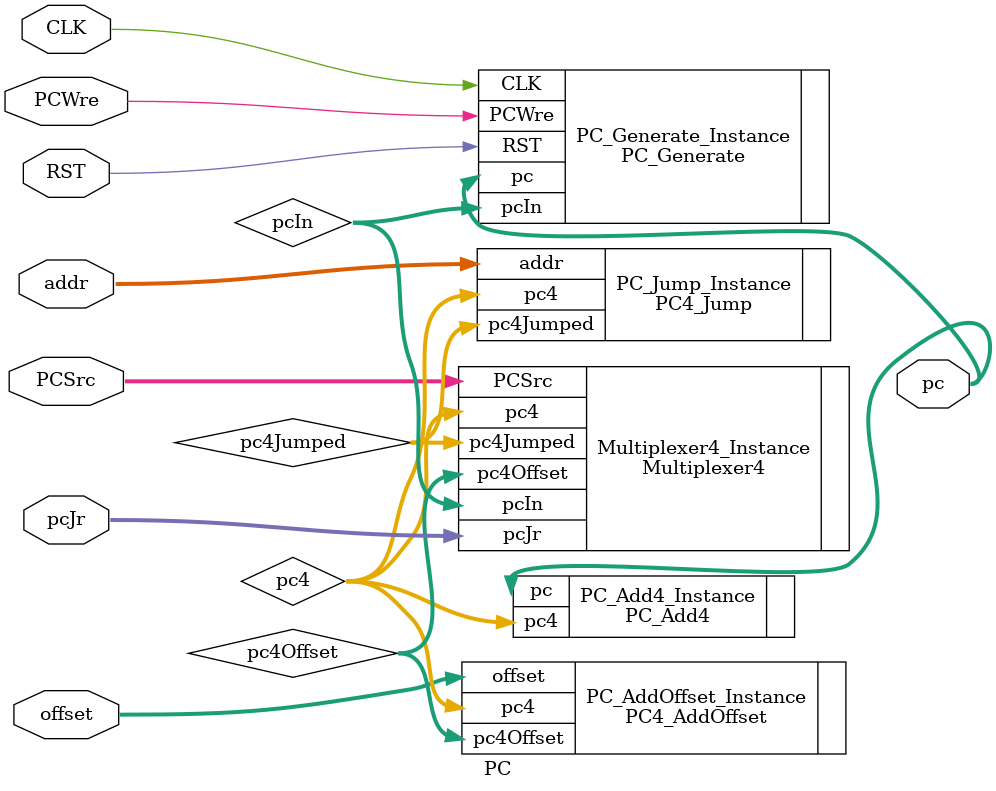
<source format=v>
`timescale 1ns / 1ps

module PC(
    input CLK,
    input RST,
    input PCWre,
    input [1:0]PCSrc,
    input [31:0]pcJr,
    input [25:0]addr,
    input [31:0]offset,
    output [31:0]pc
    );

    wire [31:0]pcIn;
    wire [31:0]pc;
    wire [31:0]pc4;
    wire [31:0]pc4Jumped;
    wire [31:0]pc4Offset;
    //´ËÄ£¿é¸ù¾ÝÓÃÓÚ¸øpc¸³Öµ£¬pc<=pcIn
    PC_Generate PC_Generate_Instance(
        .CLK(CLK),
        .RST(RST),
        .PCWre(PCWre),
        .pcIn(pcIn),
        .pc(pc)
    );
    //´ËÄ£¿éÖ´ÐÐpc+4£¬µÃµ½pcµÄÏÂÒ»ÌõÖ¸ÁîµØÖ·pc4
    PC_Add4 PC_Add4_Instance(
        .pc(pc),
        .pc4(pc4)
    );
    //´ËÄ£¿é¼ÆËãJ¡¢JalµÄÌø×ªpc4µÄÖµ
    PC4_Jump PC_Jump_Instance(
        .pc4(pc4),
        .addr(addr),
        .pc4Jumped(pc4Jumped)
    );
    //´ËÄ£¿é¼ÆËãbeq£¬btlzµÄpc4Æ«ÒÆÖ®ºóµÄÖµ
    PC4_AddOffset PC_AddOffset_Instance(
        .pc4(pc4),
        .offset(offset),
        .pc4Offset(pc4Offset)
    );
    //ËÄÑ¡Ò»Ñ¡ÔñÆ÷Ñ¡ÔñÏÂÒ»ÌõpcÖµ
    Multiplexer4 Multiplexer4_Instance(
        .pc4(pc4),
        .pc4Offset(pc4Offset),
        .pcJr(pcJr),
        .pc4Jumped(pc4Jumped),
        .PCSrc(PCSrc),
        .pcIn(pcIn)
    );
    
endmodule

</source>
